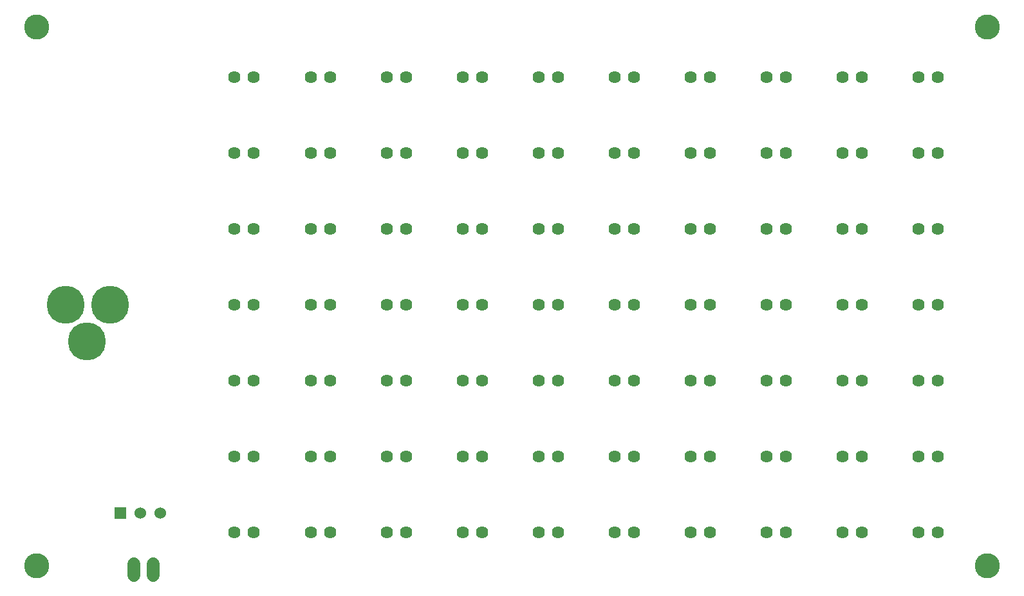
<source format=gbr>
G04 EAGLE Gerber RS-274X export*
G75*
%MOMM*%
%FSLAX34Y34*%
%LPD*%
%INSoldermask Top*%
%IPPOS*%
%AMOC8*
5,1,8,0,0,1.08239X$1,22.5*%
G01*
G04 Define Apertures*
%ADD10C,3.303200*%
%ADD11C,5.003200*%
%ADD12C,1.621200*%
%ADD13R,1.524000X1.524000*%
%ADD14C,1.524000*%
%ADD15C,1.727200*%
D10*
X-10000Y750000D03*
X1240000Y750000D03*
X-10000Y40000D03*
X1240000Y40000D03*
D11*
X86000Y383600D03*
X28000Y383600D03*
X56000Y335600D03*
D12*
X350000Y84125D03*
X375400Y84125D03*
X550000Y284125D03*
X575400Y284125D03*
X550000Y384125D03*
X575400Y384125D03*
X550000Y484125D03*
X575400Y484125D03*
X550000Y584125D03*
X575400Y584125D03*
X550000Y684125D03*
X575400Y684125D03*
X850000Y84125D03*
X875400Y84125D03*
X850000Y184125D03*
X875400Y184125D03*
X850000Y284125D03*
X875400Y284125D03*
X850000Y384125D03*
X875400Y384125D03*
X850000Y484125D03*
X875400Y484125D03*
X350000Y184125D03*
X375400Y184125D03*
X850000Y584125D03*
X875400Y584125D03*
X850000Y684125D03*
X875400Y684125D03*
X1050000Y84125D03*
X1075400Y84125D03*
X1050000Y184125D03*
X1075400Y184125D03*
X1050000Y284125D03*
X1075400Y284125D03*
X1050000Y384125D03*
X1075400Y384125D03*
X1050000Y484125D03*
X1075400Y484125D03*
X1050000Y584125D03*
X1075400Y584125D03*
X1050000Y684125D03*
X1075400Y684125D03*
X350000Y284125D03*
X375400Y284125D03*
X250000Y84125D03*
X275400Y84125D03*
X250000Y184125D03*
X275400Y184125D03*
X250000Y284125D03*
X275400Y284125D03*
X250000Y384125D03*
X275400Y384125D03*
X350000Y384125D03*
X375400Y384125D03*
X250000Y484125D03*
X275400Y484125D03*
X250000Y584125D03*
X275400Y584125D03*
X250000Y684125D03*
X275400Y684125D03*
X450000Y84125D03*
X475400Y84125D03*
X450000Y184125D03*
X475400Y184125D03*
X450000Y284125D03*
X475400Y284125D03*
X450000Y384125D03*
X475400Y384125D03*
X450000Y484125D03*
X475400Y484125D03*
X450000Y584125D03*
X475400Y584125D03*
X450000Y684125D03*
X475400Y684125D03*
X350000Y484125D03*
X375400Y484125D03*
X750000Y84125D03*
X775400Y84125D03*
X750000Y184125D03*
X775400Y184125D03*
X750000Y284125D03*
X775400Y284125D03*
X750000Y384125D03*
X775400Y384125D03*
X750000Y484125D03*
X775400Y484125D03*
X750000Y584125D03*
X775400Y584125D03*
X750000Y684125D03*
X775400Y684125D03*
X950000Y84125D03*
X975400Y84125D03*
X950000Y184125D03*
X975400Y184125D03*
X950000Y284125D03*
X975400Y284125D03*
X350000Y584125D03*
X375400Y584125D03*
X950000Y384125D03*
X975400Y384125D03*
X950000Y484125D03*
X975400Y484125D03*
X950000Y584125D03*
X975400Y584125D03*
X950000Y684125D03*
X975400Y684125D03*
X1150000Y84125D03*
X1175400Y84125D03*
X1150000Y184125D03*
X1175400Y184125D03*
X1150000Y284125D03*
X1175400Y284125D03*
X1150000Y384125D03*
X1175400Y384125D03*
X1150000Y484125D03*
X1175400Y484125D03*
X1150000Y584125D03*
X1175400Y584125D03*
X350000Y684125D03*
X375400Y684125D03*
X1150000Y684125D03*
X1175400Y684125D03*
X650000Y84125D03*
X675400Y84125D03*
X650000Y184125D03*
X675400Y184125D03*
X550000Y84125D03*
X575400Y84125D03*
X650000Y284125D03*
X675400Y284125D03*
X650000Y384125D03*
X675400Y384125D03*
X650000Y484125D03*
X675400Y484125D03*
X650000Y584125D03*
X675400Y584125D03*
X650000Y684125D03*
X675400Y684125D03*
X550000Y184125D03*
X575400Y184125D03*
D13*
X100000Y110000D03*
D14*
X126000Y110000D03*
X152000Y110000D03*
D15*
X142700Y43020D02*
X142700Y27780D01*
X117300Y27780D02*
X117300Y43020D01*
M02*

</source>
